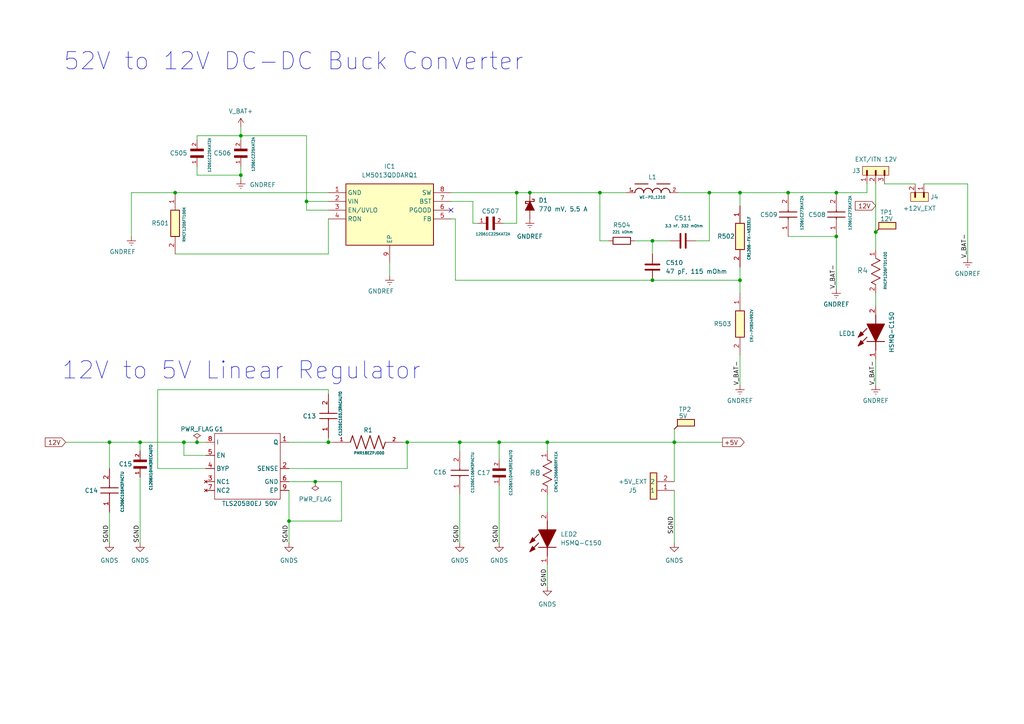
<source format=kicad_sch>
(kicad_sch (version 20231120) (generator "eeschema") (generator_version "8.0")
  (paper "A4")
  (lib_symbols
    (symbol "1725656:1725656"
      (property "Reference" "J5" (at -10.16 8.89 0))
      (property "Value" "+5V_EXT" (at -10.16 6.35 0))
      (symbol "1725656_1_1"
        (rectangle (start 5.08 2.54) (end 6.985 -5.08) (stroke (width 0.254)) (fill (type background)))
        (pin passive line (at 0 0 0) (length 5.08) (name "1") (number "1"))
        (pin passive line (at 0 -2.54 0) (length 5.08) (name "2") (number "2"))
      )
    )
    (symbol "C13:C1206C103J3RACAUTO" (pin_names hide)
      (property "Reference" "C" (at 8.89 6.35 0))
      (property "Value" "C1206C103J3RACAUTO" (at 8.89 3.81 0))
      (symbol "C1206C103J3RACAUTO_1_1"
        (polyline (pts (xy 5.08 0) (xy 5.588 0)) (stroke (width 0.254)))
        (polyline (pts (xy 5.588 2.54) (xy 5.588 -2.54)) (stroke (width 0.254)))
        (polyline (pts (xy 7.112 0) (xy 7.62 0)) (stroke (width 0.254)))
        (polyline (pts (xy 7.112 2.54) (xy 7.112 -2.54)) (stroke (width 0.254)))
        (pin passive line (at 0 0 0) (length 5.08) (name "1") (number "1"))
        (pin passive line (at 12.7 0 180) (length 5.08) (name "2") (number "2"))
      )
    )
    (symbol "C14:C1206C106M3PACTU" (pin_names hide)
      (property "Reference" "C" (at 8.89 6.35 0))
      (property "Value" "C1206C106M3PACTU" (at 8.89 3.81 0))
      (symbol "C1206C106M3PACTU_1_1"
        (polyline (pts (xy 5.08 0) (xy 5.588 0)) (stroke (width 0.254)))
        (polyline (pts (xy 5.588 2.54) (xy 5.588 -2.54)) (stroke (width 0.254)))
        (polyline (pts (xy 7.112 0) (xy 7.62 0)) (stroke (width 0.254)))
        (polyline (pts (xy 7.112 2.54) (xy 7.112 -2.54)) (stroke (width 0.254)))
        (pin passive line (at 0 0 0) (length 5.08) (name "1") (number "1"))
        (pin passive line (at 12.7 0 180) (length 5.08) (name "2") (number "2"))
      )
    )
    (symbol "C15:C1206X104M3RECAUTO" (pin_names (offset 1.016))
      (property "Reference" "C" (at 0 3.8109 0))
      (property "Value" "C1206X104M3RECAUTO" (at 0 -5.0885 0))
      (symbol "C1206X104M3RECAUTO_0_0"
        (rectangle (start 0 -1.9069) (end 0.635 1.905) (stroke (width 0.1)) (fill (type outline)))
        (rectangle (start 1.9069 -1.9069) (end 2.54 1.905) (stroke (width 0.1)) (fill (type outline)))
        (pin passive line (at -2.54 0 0) (length 2.54) (name "~") (number "1"))
        (pin passive line (at 5.08 0 180) (length 2.54) (name "~") (number "2"))
      )
    )
    (symbol "C506:12061C225KAT2A" (pin_names (offset 1.016))
      (property "Reference" "C" (at 0 3.8109 0))
      (property "Value" "12061C225KAT2A" (at 0 -5.0885 0))
      (symbol "12061C225KAT2A_0_0"
        (rectangle (start 0 -1.9069) (end 0.635 1.905) (stroke (width 0.1)) (fill (type outline)))
        (rectangle (start 1.9069 -1.9069) (end 2.54 1.905) (stroke (width 0.1)) (fill (type outline)))
        (pin passive line (at -2.54 0 0) (length 2.54) (name "~") (number "1"))
        (pin passive line (at 5.08 0 180) (length 2.54) (name "~") (number "2"))
      )
    )
    (symbol "C508:12061C273KAT2A" (pin_names hide)
      (property "Reference" "C" (at 8.89 6.35 0))
      (property "Value" "12061C273KAT2A" (at 8.89 3.81 0))
      (symbol "12061C273KAT2A_1_1"
        (polyline (pts (xy 5.08 0) (xy 5.588 0)) (stroke (width 0.254)))
        (polyline (pts (xy 5.588 2.54) (xy 5.588 -2.54)) (stroke (width 0.254)))
        (polyline (pts (xy 7.112 0) (xy 7.62 0)) (stroke (width 0.254)))
        (polyline (pts (xy 7.112 2.54) (xy 7.112 -2.54)) (stroke (width 0.254)))
        (pin passive line (at 0 0 0) (length 5.08) (name "C1") (number "1"))
        (pin passive line (at 12.7 0 180) (length 5.08) (name "C2") (number "2"))
      )
    )
    (symbol "Connector:TestPoint_Flag" (pin_numbers hide) (pin_names (offset 0.762) hide)
      (property "Reference" "TP" (at 3.429 1.778 0))
      (property "Value" "TestPoint_Flag" (at 3.302 4.191 0))
      (symbol "TestPoint_Flag_0_1"
        (polyline (pts (xy 0 0) (xy 0.889 0.889)) (stroke (width 0.254)))
        (rectangle (start 0.889 2.794) (end 5.842 0.889) (stroke (width 0.254)) (fill (type background)))
      )
      (symbol "TestPoint_Flag_1_1"
        (pin passive line (at 0 0 90) (length 0) (name "1") (number "1"))
      )
    )
    (symbol "DC:LM5013QDDARQ1"
      (property "Reference" "IC" (at 31.75 7.62 0))
      (property "Value" "LM5013QDDARQ1" (at 31.75 5.08 0))
      (symbol "LM5013QDDARQ1_1_1"
        (rectangle (start 5.08 2.54) (end 30.48 -15.24) (stroke (width 0.254)) (fill (type background)))
        (pin passive line (at 0 0 0) (length 5.08) (name "GND") (number "1"))
        (pin passive line (at 0 -2.54 0) (length 5.08) (name "VIN") (number "2"))
        (pin passive line (at 0 -5.08 0) (length 5.08) (name "EN/UVLO") (number "3"))
        (pin passive line (at 0 -7.62 0) (length 5.08) (name "RON") (number "4"))
        (pin passive line (at 35.56 -7.62 180) (length 5.08) (name "FB") (number "5"))
        (pin passive line (at 35.56 -5.08 180) (length 5.08) (name "PGOOD") (number "6"))
        (pin passive line (at 35.56 -2.54 180) (length 5.08) (name "BST") (number "7"))
        (pin passive line (at 35.56 0 180) (length 5.08) (name "SW") (number "8"))
        (pin passive line (at 17.78 -20.32 90) (length 5.08) (name "EP") (number "9"))
      )
    )
    (symbol "Device:C" (pin_numbers hide) (pin_names (offset 0.254))
      (property "Reference" "C" (at 0.635 2.54 0))
      (property "Value" "C" (at 0.635 -2.54 0))
      (symbol "C_0_1"
        (polyline (pts (xy -2.032 -0.762) (xy 2.032 -0.762)) (stroke (width 0.508)))
        (polyline (pts (xy -2.032 0.762) (xy 2.032 0.762)) (stroke (width 0.508)))
      )
      (symbol "C_1_1"
        (pin passive line (at 0 3.81 270) (length 2.794) (name "~") (number "1"))
        (pin passive line (at 0 -3.81 90) (length 2.794) (name "~") (number "2"))
      )
    )
    (symbol "Device:D_Schottky_Filled" (pin_numbers hide) (pin_names (offset 1.016) hide)
      (property "Reference" "D" (at 0 2.54 0))
      (property "Value" "D_Schottky_Filled" (at 0 -2.54 0))
      (symbol "D_Schottky_Filled_0_1"
        (polyline (pts (xy 1.27 0) (xy -1.27 0)))
        (polyline (pts (xy 1.27 1.27) (xy 1.27 -1.27) (xy -1.27 0) (xy 1.27 1.27)) (stroke (width 0.254)) (fill (type outline)))
        (polyline (pts (xy -1.905 0.635) (xy -1.905 1.27) (xy -1.27 1.27) (xy -1.27 -1.27) (xy -0.635 -1.27) (xy -0.635 -0.635)) (stroke (width 0.254)))
      )
      (symbol "D_Schottky_Filled_1_1"
        (pin passive line (at -3.81 0 0) (length 2.54) (name "K") (number "1"))
        (pin passive line (at 3.81 0 180) (length 2.54) (name "A") (number "2"))
      )
    )
    (symbol "Device:R" (pin_numbers hide) (pin_names (offset 0))
      (property "Reference" "R" (at 2.032 0 90))
      (property "Value" "R" (at 0 0 90))
      (symbol "R_0_1"
        (rectangle (start -1.016 -2.54) (end 1.016 2.54) (stroke (width 0.254)))
      )
      (symbol "R_1_1"
        (pin passive line (at 0 3.81 270) (length 1.27) (name "~") (number "1"))
        (pin passive line (at 0 -3.81 90) (length 1.27) (name "~") (number "2"))
      )
    )
    (symbol "L1:WE-PD_1210" (pin_names (offset 1.016))
      (property "Reference" "L" (at 0 3.81 0))
      (property "Value" "WE-PD_1210" (at 0 -2.54 0))
      (symbol "WE-PD_1210_0_0"
        (circle (center -5.842 0.508) (radius 0.127) (stroke (width 0.254)))
        (arc (start -2.54 0) (mid -3.81 1.2645) (end -5.08 0) (stroke (width 0.254)))
        (arc (start 0 0) (mid -1.27 1.2645) (end -2.54 0) (stroke (width 0.254)))
        (polyline (pts (xy -1.27 2.54) (xy -5.08 2.54)) (stroke (width 0.254)))
        (polyline (pts (xy 5.08 2.54) (xy 1.27 2.54)) (stroke (width 0.254)))
        (arc (start 2.54 0) (mid 1.27 1.2645) (end 0 0) (stroke (width 0.254)))
        (arc (start 5.08 0) (mid 3.81 1.2645) (end 2.54 0) (stroke (width 0.254)))
        (pin passive line (at -7.62 0 0) (length 2.54) (name "~") (number "1"))
        (pin passive line (at 7.62 0 180) (length 2.54) (name "~") (number "2"))
      )
    )
    (symbol "LED1:HSMQ-C150" (pin_names hide)
      (property "Reference" "LED" (at 12.7 8.89 0))
      (property "Value" "HSMQ-C150" (at 12.7 6.35 0))
      (symbol "HSMQ-C150_1_1"
        (polyline (pts (xy 2.54 0) (xy 5.08 0)) (stroke (width 0.254)))
        (polyline (pts (xy 5.08 2.54) (xy 5.08 -2.54)) (stroke (width 0.254)))
        (polyline (pts (xy 6.35 2.54) (xy 3.81 5.08)) (stroke (width 0.254)))
        (polyline (pts (xy 8.89 2.54) (xy 6.35 5.08)) (stroke (width 0.254)))
        (polyline (pts (xy 10.16 0) (xy 12.7 0)) (stroke (width 0.254)))
        (polyline (pts (xy 5.08 0) (xy 10.16 2.54) (xy 10.16 -2.54) (xy 5.08 0)) (stroke (width 0.254)) (fill (type outline)))
        (polyline (pts (xy 5.334 4.318) (xy 4.572 3.556) (xy 3.81 5.08) (xy 5.334 4.318)) (stroke (width 0.254)) (fill (type outline)))
        (polyline (pts (xy 7.874 4.318) (xy 7.112 3.556) (xy 6.35 5.08) (xy 7.874 4.318)) (stroke (width 0.254)) (fill (type outline)))
        (pin passive line (at 0 0 0) (length 2.54) (name "K") (number "1"))
        (pin passive line (at 15.24 0 180) (length 2.54) (name "A") (number "2"))
      )
    )
    (symbol "PCM_SL_Pin_Headers:PINHD_1x2_Male"
      (property "Reference" "J" (at 0 6.35 0))
      (property "Value" "PINHD_1x2_Male" (at 0 3.81 0))
      (symbol "PINHD_1x2_Male_0_1"
        (rectangle (start -1.27 2.54) (end 1.27 -2.54) (fill (type background)))
        (polyline (pts (xy -1.27 -1.27) (xy 0 -1.27)) (stroke (width 0.3)))
        (polyline (pts (xy -1.27 -1.27) (xy 0 -1.27)) (stroke (width 0.5)))
        (polyline (pts (xy -1.27 1.27) (xy 0 1.27)) (stroke (width 0.3)))
        (polyline (pts (xy -1.27 1.27) (xy 0 1.27)) (stroke (width 0.5)))
      )
      (symbol "PINHD_1x2_Male_1_1"
        (pin passive line (at -3.81 1.27 0) (length 2.54) (name "") (number "1"))
        (pin passive line (at -3.81 -1.27 0) (length 2.54) (name "") (number "2"))
      )
    )
    (symbol "PCM_SL_Pin_Headers:PINHD_1x3_Male"
      (property "Reference" "J" (at 0 7.62 0))
      (property "Value" "PINHD_1x3_Male" (at 0 5.08 0))
      (symbol "PINHD_1x3_Male_0_1"
        (rectangle (start -1.27 3.81) (end 1.27 -3.81) (fill (type background)))
        (polyline (pts (xy -1.27 -2.54) (xy 0 -2.54)) (stroke (width 0.3)))
        (polyline (pts (xy -1.27 -2.54) (xy 0 -2.54)) (stroke (width 0.5)))
        (polyline (pts (xy -1.27 0) (xy 0 0)) (stroke (width 0.3)))
        (polyline (pts (xy -1.27 0) (xy 0 0)) (stroke (width 0.5)))
        (polyline (pts (xy -1.27 2.54) (xy 0 2.54)) (stroke (width 0.3)))
        (polyline (pts (xy -1.27 2.54) (xy 0 2.54)) (stroke (width 0.5)))
      )
      (symbol "PINHD_1x3_Male_1_1"
        (pin passive line (at -3.81 2.54 0) (length 2.54) (name "") (number "1"))
        (pin passive line (at -3.81 0 0) (length 2.54) (name "") (number "2"))
        (pin passive line (at -3.81 -2.54 0) (length 2.54) (name "") (number "3"))
      )
    )
    (symbol "R1:PMR18EZPJ000" (pin_names (offset 1.016))
      (property "Reference" "R" (at -7.6244 2.5415 0))
      (property "Value" "PMR18EZPJ000" (at -7.63 -5.0866 0))
      (symbol "PMR18EZPJ000_0_0"
        (polyline (pts (xy -5.08 0) (xy -4.445 1.905)) (stroke (width 0.254)))
        (polyline (pts (xy -4.445 1.905) (xy -3.175 -1.905)) (stroke (width 0.254)))
        (polyline (pts (xy -3.175 -1.905) (xy -1.905 1.905)) (stroke (width 0.254)))
        (polyline (pts (xy -1.905 1.905) (xy -0.635 -1.905)) (stroke (width 0.254)))
        (polyline (pts (xy -0.635 -1.905) (xy 0.635 1.905)) (stroke (width 0.254)))
        (polyline (pts (xy 0.635 1.905) (xy 1.905 -1.905)) (stroke (width 0.254)))
        (polyline (pts (xy 1.905 -1.905) (xy 3.175 1.905)) (stroke (width 0.254)))
        (polyline (pts (xy 3.175 1.905) (xy 4.445 -1.905)) (stroke (width 0.254)))
        (polyline (pts (xy 4.445 -1.905) (xy 5.08 0)) (stroke (width 0.254)))
        (pin passive line (at -10.16 0 0) (length 5.08) (name "~") (number "1"))
        (pin passive line (at 10.16 0 180) (length 5.08) (name "~") (number "2"))
      )
    )
    (symbol "R4:RNCP1206FTD1K00" (pin_names (offset 0.254))
      (property "Reference" "R" (at 5.715 3.81 0))
      (property "Value" "RNCP1206FTD1K00" (at 6.35 -3.81 0))
      (symbol "RNCP1206FTD1K00_1_1"
        (polyline (pts (xy 2.54 0) (xy 3.175 1.27)) (stroke (width 0.2032)))
        (polyline (pts (xy 3.175 1.27) (xy 4.445 -1.27)) (stroke (width 0.2032)))
        (polyline (pts (xy 4.445 -1.27) (xy 5.715 1.27)) (stroke (width 0.2032)))
        (polyline (pts (xy 5.715 1.27) (xy 6.985 -1.27)) (stroke (width 0.2032)))
        (polyline (pts (xy 6.985 -1.27) (xy 8.255 1.27)) (stroke (width 0.2032)))
        (polyline (pts (xy 8.255 1.27) (xy 9.525 -1.27)) (stroke (width 0.2032)))
        (polyline (pts (xy 9.525 -1.27) (xy 10.16 0)) (stroke (width 0.2032)))
        (pin unspecified line (at 0 0 0) (length 2.54) (name "") (number "1"))
        (pin unspecified line (at 12.7 0 180) (length 2.54) (name "") (number "2"))
      )
      (symbol "RNCP1206FTD1K00_1_2"
        (polyline (pts (xy -1.27 3.175) (xy 1.27 4.445)) (stroke (width 0.2032)))
        (polyline (pts (xy -1.27 5.715) (xy 1.27 6.985)) (stroke (width 0.2032)))
        (polyline (pts (xy -1.27 8.255) (xy 1.27 9.525)) (stroke (width 0.2032)))
        (polyline (pts (xy 0 2.54) (xy -1.27 3.175)) (stroke (width 0.2032)))
        (polyline (pts (xy 1.27 4.445) (xy -1.27 5.715)) (stroke (width 0.2032)))
        (polyline (pts (xy 1.27 6.985) (xy -1.27 8.255)) (stroke (width 0.2032)))
        (polyline (pts (xy 1.27 9.525) (xy 0 10.16)) (stroke (width 0.2032)))
        (pin unspecified line (at 0 12.7 270) (length 2.54) (name "") (number "1"))
        (pin unspecified line (at 0 0 90) (length 2.54) (name "") (number "2"))
      )
    )
    (symbol "R501:RMCF1206FT100K" (pin_names hide)
      (property "Reference" "R" (at 13.97 6.35 0))
      (property "Value" "RMCF1206FT100K" (at 13.97 3.81 0))
      (symbol "RMCF1206FT100K_1_1"
        (rectangle (start 5.08 1.27) (end 12.7 -1.27) (stroke (width 0.254)) (fill (type background)))
        (pin passive line (at 0 0 0) (length 5.08) (name "1") (number "1"))
        (pin passive line (at 17.78 0 180) (length 5.08) (name "2") (number "2"))
      )
    )
    (symbol "R502:CR1206-FX-4533ELF" (pin_names hide)
      (property "Reference" "R" (at 13.97 6.35 0))
      (property "Value" "CR1206-FX-4533ELF" (at 13.97 3.81 0))
      (symbol "CR1206-FX-4533ELF_1_1"
        (rectangle (start 5.08 1.27) (end 12.7 -1.27) (stroke (width 0.254)) (fill (type background)))
        (pin passive line (at 0 0 0) (length 5.08) (name "1") (number "1"))
        (pin passive line (at 17.78 0 180) (length 5.08) (name "2") (number "2"))
      )
    )
    (symbol "R503:ERJ-P08D4992V" (pin_names hide)
      (property "Reference" "R" (at 13.97 6.35 0))
      (property "Value" "ERJ-P08D4992V" (at 13.97 3.81 0))
      (symbol "ERJ-P08D4992V_1_1"
        (rectangle (start 5.08 1.27) (end 12.7 -1.27) (stroke (width 0.254)) (fill (type background)))
        (pin passive line (at 0 0 0) (length 5.08) (name "1") (number "1"))
        (pin passive line (at 17.78 0 180) (length 5.08) (name "2") (number "2"))
      )
    )
    (symbol "R8:CRCW1206680RFKEA" (pin_names (offset 0.254))
      (property "Reference" "R" (at 5.715 3.81 0))
      (property "Value" "CRCW1206680RFKEA" (at 6.35 -3.81 0))
      (symbol "CRCW1206680RFKEA_1_1"
        (polyline (pts (xy 2.54 0) (xy 3.175 1.27)) (stroke (width 0.2032)))
        (polyline (pts (xy 3.175 1.27) (xy 4.445 -1.27)) (stroke (width 0.2032)))
        (polyline (pts (xy 4.445 -1.27) (xy 5.715 1.27)) (stroke (width 0.2032)))
        (polyline (pts (xy 5.715 1.27) (xy 6.985 -1.27)) (stroke (width 0.2032)))
        (polyline (pts (xy 6.985 -1.27) (xy 8.255 1.27)) (stroke (width 0.2032)))
        (polyline (pts (xy 8.255 1.27) (xy 9.525 -1.27)) (stroke (width 0.2032)))
        (polyline (pts (xy 9.525 -1.27) (xy 10.16 0)) (stroke (width 0.2032)))
        (pin unspecified line (at 12.7 0 180) (length 2.54) (name "") (number "1"))
        (pin unspecified line (at 0 0 0) (length 2.54) (name "") (number "2"))
      )
      (symbol "CRCW1206680RFKEA_1_2"
        (polyline (pts (xy -1.27 3.175) (xy 1.27 4.445)) (stroke (width 0.2032)))
        (polyline (pts (xy -1.27 5.715) (xy 1.27 6.985)) (stroke (width 0.2032)))
        (polyline (pts (xy -1.27 8.255) (xy 1.27 9.525)) (stroke (width 0.2032)))
        (polyline (pts (xy 0 2.54) (xy -1.27 3.175)) (stroke (width 0.2032)))
        (polyline (pts (xy 1.27 4.445) (xy -1.27 5.715)) (stroke (width 0.2032)))
        (polyline (pts (xy 1.27 6.985) (xy -1.27 8.255)) (stroke (width 0.2032)))
        (polyline (pts (xy 1.27 9.525) (xy 0 10.16)) (stroke (width 0.2032)))
        (pin unspecified line (at 0 12.7 270) (length 2.54) (name "") (number "1"))
        (pin unspecified line (at 0 0 90) (length 2.54) (name "") (number "2"))
      )
    )
    (symbol "TLS205B0EJ V50:TLS205B0EJ_V50"
      (property "Reference" "U2" (at -0.635 13.97 0))
      (property "Value" "TLS205B0EJ 50V" (at -0.635 11.43 0))
      (symbol "TLS205B0EJ_V50_0_1"
        (polyline (pts (xy -10.16 10.16) (xy 8.89 10.16) (xy 8.89 -8.89) (xy -10.16 -8.89) (xy -10.16 10.16)))
      )
      (symbol "TLS205B0EJ_V50_1_1"
        (pin power_out line (at 11.43 7.62 180) (length 2.54) (name "Q") (number "1"))
        (pin input line (at 11.43 0 180) (length 2.54) (name "SENSE") (number "2"))
        (pin no_connect line (at -12.7 -3.81 0) (length 2.54) (name "NC1") (number "3"))
        (pin input line (at -12.7 0 0) (length 2.54) (name "BYP") (number "4"))
        (pin input line (at -12.7 3.81 0) (length 2.54) (name "EN") (number "5"))
        (pin power_in line (at 11.43 -3.81 180) (length 2.54) (name "GND") (number "6"))
        (pin no_connect line (at -12.7 -6.35 0) (length 2.54) (name "NC2") (number "7"))
        (pin power_in line (at -12.7 7.62 0) (length 2.54) (name "I") (number "8"))
        (pin power_in line (at 11.43 -6.35 180) (length 2.54) (name "EP") (number "9"))
      )
    )
    (symbol "power:+5V" (power) (pin_names (offset 0))
      (property "Value" "+5V" (at 0 3.556 0))
      (symbol "+5V_0_1"
        (polyline (pts (xy -0.762 1.27) (xy 0 2.54)))
        (polyline (pts (xy 0 0) (xy 0 2.54)))
        (polyline (pts (xy 0 2.54) (xy 0.762 1.27)))
      )
      (symbol "+5V_1_1"
        (pin power_in line (at 0 0 90) (length 0) hide (name "+5V") (number "1"))
      )
    )
    (symbol "power:GNDREF" (power) (pin_names (offset 0))
      (property "Value" "GNDREF" (at 0 -3.81 0))
      (symbol "GNDREF_0_1"
        (polyline (pts (xy -0.635 -1.905) (xy 0.635 -1.905)))
        (polyline (pts (xy -0.127 -2.54) (xy 0.127 -2.54)))
        (polyline (pts (xy 0 -1.27) (xy 0 0)))
        (polyline (pts (xy 1.27 -1.27) (xy -1.27 -1.27)))
      )
      (symbol "GNDREF_1_1"
        (pin power_in line (at 0 0 270) (length 0) hide (name "GNDREF") (number "1"))
      )
    )
    (symbol "power:GNDS" (power) (pin_names (offset 0))
      (property "Value" "GNDS" (at 0 -3.81 0))
      (symbol "GNDS_0_1"
        (polyline (pts (xy 0 0) (xy 0 -1.27) (xy 1.27 -1.27) (xy 0 -2.54) (xy -1.27 -1.27) (xy 0 -1.27)))
      )
      (symbol "GNDS_1_1"
        (pin power_in line (at 0 0 270) (length 0) hide (name "GNDS") (number "1"))
      )
    )
    (symbol "power:PWR_FLAG" (power) (pin_numbers hide) (pin_names (offset 0) hide)
      (property "Value" "PWR_FLAG" (at 0 3.81 0))
      (symbol "PWR_FLAG_0_0"
        (pin power_out line (at 0 0 90) (length 0) (name "pwr") (number "1"))
      )
      (symbol "PWR_FLAG_0_1"
        (polyline (pts (xy 0 0) (xy 0 1.27) (xy -1.016 1.905) (xy 0 2.54) (xy 1.016 1.905) (xy 0 1.27)))
      )
    )
  )
  (junction (at 31.75 128.27))
  (junction (at 50.8 55.88))
  (junction (at 228.6 55.88))
  (junction (at 133.35 128.27))
  (junction (at 69.85 39.37))
  (junction (at 205.74 55.88))
  (junction (at 57.15 128.27))
  (junction (at 214.63 81.28))
  (junction (at 195.58 128.27))
  (junction (at 144.78 128.27))
  (junction (at 69.85 50.8))
  (junction (at 83.82 151.13))
  (junction (at 254 67.31))
  (junction (at 153.67 55.88))
  (junction (at 53.34 128.27))
  (junction (at 149.86 55.88))
  (junction (at 189.23 69.85))
  (junction (at 173.99 55.88))
  (junction (at 40.64 128.27))
  (junction (at 242.57 68.58))
  (junction (at 88.9 58.42))
  (junction (at 214.63 55.88))
  (junction (at 95.25 128.27))
  (junction (at 91.44 139.7))
  (junction (at 189.23 81.28))
  (junction (at 118.11 128.27))
  (junction (at 158.75 128.27))
  (junction (at 242.57 55.88))
  (no_connect (at 130.81 60.96))
  (wire (pts (xy 189.23 69.85) (xy 194.31 69.85)))
  (wire (pts (xy 158.75 130.81) (xy 158.75 128.27)))
  (wire (pts (xy 91.44 139.7) (xy 99.06 139.7)))
  (wire (pts (xy 251.46 55.88) (xy 242.57 55.88)))
  (wire (pts (xy 133.35 143.51) (xy 133.35 157.48)))
  (wire (pts (xy 31.75 128.27) (xy 31.75 135.89)))
  (wire (pts (xy 57.15 50.8) (xy 69.85 50.8)))
  (wire (pts (xy 149.86 64.77) (xy 149.86 55.88)))
  (wire (pts (xy 228.6 68.58) (xy 242.57 68.58)))
  (wire (pts (xy 184.15 69.85) (xy 189.23 69.85)))
  (wire (pts (xy 137.16 64.77) (xy 137.16 58.42)))
  (wire (pts (xy 88.9 39.37) (xy 69.85 39.37)))
  (wire (pts (xy 40.64 128.27) (xy 40.64 130.81)))
  (wire (pts (xy 158.75 163.83) (xy 158.75 170.18)))
  (wire (pts (xy 158.75 128.27) (xy 144.78 128.27)))
  (wire (pts (xy 196.85 55.88) (xy 205.74 55.88)))
  (wire (pts (xy 133.35 128.27) (xy 144.78 128.27)))
  (wire (pts (xy 38.1 55.88) (xy 38.1 68.58)))
  (wire (pts (xy 116.84 128.27) (xy 118.11 128.27)))
  (wire (pts (xy 195.58 142.24) (xy 195.58 157.48)))
  (wire (pts (xy 69.85 52.07) (xy 69.85 50.8)))
  (wire (pts (xy 40.64 128.27) (xy 53.34 128.27)))
  (wire (pts (xy 254 85.09) (xy 254 88.9)))
  (wire (pts (xy 173.99 69.85) (xy 173.99 55.88)))
  (wire (pts (xy 57.15 39.37) (xy 69.85 39.37)))
  (wire (pts (xy 40.64 138.43) (xy 40.64 157.48)))
  (wire (pts (xy 83.82 139.7) (xy 91.44 139.7)))
  (wire (pts (xy 118.11 128.27) (xy 118.11 135.89)))
  (wire (pts (xy 53.34 132.08) (xy 53.34 128.27)))
  (wire (pts (xy 19.05 128.27) (xy 31.75 128.27)))
  (wire (pts (xy 254 104.14) (xy 254 111.76)))
  (wire (pts (xy 95.25 60.96) (xy 88.9 60.96)))
  (wire (pts (xy 254 53.34) (xy 254 67.31)))
  (wire (pts (xy 214.63 81.28) (xy 214.63 85.09)))
  (wire (pts (xy 267.97 53.34) (xy 280.67 53.34)))
  (wire (pts (xy 118.11 135.89) (xy 83.82 135.89)))
  (wire (pts (xy 59.69 132.08) (xy 53.34 132.08)))
  (wire (pts (xy 57.15 128.27) (xy 59.69 128.27)))
  (wire (pts (xy 158.75 128.27) (xy 195.58 128.27)))
  (wire (pts (xy 205.74 55.88) (xy 214.63 55.88)))
  (wire (pts (xy 254 67.31) (xy 254 72.39)))
  (wire (pts (xy 69.85 36.83) (xy 69.85 39.37)))
  (wire (pts (xy 153.67 55.88) (xy 173.99 55.88)))
  (wire (pts (xy 189.23 81.28) (xy 214.63 81.28)))
  (wire (pts (xy 214.63 102.87) (xy 214.63 111.76)))
  (wire (pts (xy 214.63 59.69) (xy 214.63 55.88)))
  (wire (pts (xy 45.72 113.03) (xy 45.72 135.89)))
  (wire (pts (xy 214.63 77.47) (xy 214.63 81.28)))
  (wire (pts (xy 133.35 128.27) (xy 133.35 130.81)))
  (wire (pts (xy 144.78 128.27) (xy 144.78 133.35)))
  (wire (pts (xy 99.06 151.13) (xy 83.82 151.13)))
  (wire (pts (xy 83.82 151.13) (xy 83.82 142.24)))
  (wire (pts (xy 31.75 128.27) (xy 40.64 128.27)))
  (wire (pts (xy 88.9 60.96) (xy 88.9 58.42)))
  (wire (pts (xy 205.74 55.88) (xy 205.74 69.85)))
  (wire (pts (xy 195.58 124.46) (xy 195.58 128.27)))
  (wire (pts (xy 132.08 63.5) (xy 130.81 63.5)))
  (wire (pts (xy 256.54 53.34) (xy 265.43 53.34)))
  (wire (pts (xy 69.85 50.8) (xy 69.85 48.26)))
  (wire (pts (xy 132.08 81.28) (xy 189.23 81.28)))
  (wire (pts (xy 31.75 148.59) (xy 31.75 157.48)))
  (wire (pts (xy 99.06 139.7) (xy 99.06 151.13)))
  (wire (pts (xy 195.58 128.27) (xy 209.55 128.27)))
  (wire (pts (xy 130.81 55.88) (xy 149.86 55.88)))
  (wire (pts (xy 118.11 128.27) (xy 133.35 128.27)))
  (wire (pts (xy 149.86 55.88) (xy 153.67 55.88)))
  (wire (pts (xy 251.46 53.34) (xy 251.46 55.88)))
  (wire (pts (xy 146.05 64.77) (xy 149.86 64.77)))
  (wire (pts (xy 95.25 128.27) (xy 96.52 128.27)))
  (wire (pts (xy 95.25 127) (xy 95.25 128.27)))
  (wire (pts (xy 205.74 69.85) (xy 201.93 69.85)))
  (wire (pts (xy 132.08 63.5) (xy 132.08 81.28)))
  (wire (pts (xy 95.25 113.03) (xy 45.72 113.03)))
  (wire (pts (xy 88.9 58.42) (xy 95.25 58.42)))
  (wire (pts (xy 50.8 55.88) (xy 95.25 55.88)))
  (wire (pts (xy 88.9 39.37) (xy 88.9 58.42)))
  (wire (pts (xy 137.16 58.42) (xy 130.81 58.42)))
  (wire (pts (xy 144.78 140.97) (xy 144.78 157.48)))
  (wire (pts (xy 95.25 73.66) (xy 95.25 63.5)))
  (wire (pts (xy 113.03 76.2) (xy 113.03 80.01)))
  (wire (pts (xy 242.57 68.58) (xy 242.57 83.82)))
  (wire (pts (xy 195.58 128.27) (xy 195.58 139.7)))
  (wire (pts (xy 53.34 128.27) (xy 57.15 128.27)))
  (wire (pts (xy 95.25 114.3) (xy 95.25 113.03)))
  (wire (pts (xy 83.82 128.27) (xy 95.25 128.27)))
  (wire (pts (xy 38.1 55.88) (xy 50.8 55.88)))
  (wire (pts (xy 50.8 73.66) (xy 95.25 73.66)))
  (wire (pts (xy 45.72 135.89) (xy 59.69 135.89)))
  (wire (pts (xy 83.82 151.13) (xy 83.82 157.48)))
  (wire (pts (xy 228.6 55.88) (xy 242.57 55.88)))
  (wire (pts (xy 57.15 40.64) (xy 57.15 39.37)))
  (wire (pts (xy 173.99 55.88) (xy 181.61 55.88)))
  (wire (pts (xy 137.16 64.77) (xy 138.43 64.77)))
  (wire (pts (xy 280.67 53.34) (xy 280.67 74.93)))
  (wire (pts (xy 57.15 48.26) (xy 57.15 50.8)))
  (wire (pts (xy 176.53 69.85) (xy 173.99 69.85)))
  (wire (pts (xy 158.75 143.51) (xy 158.75 148.59)))
  (wire (pts (xy 69.85 39.37) (xy 69.85 40.64)))
  (wire (pts (xy 214.63 55.88) (xy 228.6 55.88)))
  (wire (pts (xy 189.23 69.85) (xy 189.23 73.66)))
  (text "52V to 12V DC-DC Buck Converter" (at 18.288 20.828 0) (effects (font (size 5 5)) (justify left bottom)))
  (text "12V to 5V Linear Regulator" (at 17.78 110.49 0) (effects (font (size 5 5)) (justify left bottom)))
  (label "SGND" (at 40.64 157.48 90))
  (label "SGND" (at 158.75 170.18 90))
  (label "V_BAT-" (at 242.57 83.82 90))
  (label "V_BAT-" (at 280.67 74.93 90))
  (label "SGND" (at 83.82 157.48 90))
  (label "SGND" (at 144.78 157.48 90))
  (label "SGND" (at 31.75 157.48 90))
  (label "SGND" (at 133.35 157.48 90))
  (label "SGND" (at 195.58 154.94 90))
  (label "V_BAT-" (at 254 111.76 90))
  (label "V_BAT-" (at 214.63 111.76 90))
  (global_label "12V" (shape input) (at 254 59.69 180) (property "Intersheetrefs" "${INTERSHEET_REFS}" (effects (hide yes))))
  (global_label "12V" (shape input) (at 19.05 128.27 180) (property "Intersheetrefs" "${INTERSHEET_REFS}" (effects (hide yes))))
  (global_label "+5V" (shape output) (at 209.55 128.27 0) (property "Intersheetrefs" "${INTERSHEET_REFS}" (effects (hide yes))))
  (symbol (lib_id "C506:12061C225KAT2A") (at 140.97 64.77 0) (unit 1)
    (property "Reference" "C507" (at 139.7 61.976 0) (effects (justify left bottom)))
    (property "Value" "12061C225KAT2A" (at 137.922 68.326 0) (effects (font (size 0.762 0.762)) (justify left bottom)))
    (property "Footprint" "Capacitor_SMD:C_1206_3216Metric" (effects (hide yes)))
    (property "Datasheet" "C14" (effects (hide yes)))
    (property "Description" "Capacitor 1206 0.027UF +/-10% 100V" (effects (hide yes)))
    (property "Manufacturer_Name" "Kyocera AVX" (effects (hide yes)))
    (property "Manufacturer_Part_Number" "12061C273KAT2A" (effects (hide yes)))
  )
  (symbol (lib_id "power:GNDS") (at 31.75 157.48 0) (unit 1)
    (property "Reference" "#PWR023" (effects (hide yes)))
    (property "Value" "GNDS" (at 31.75 162.56 0))
  )
  (symbol (lib_id "power:GNDS") (at 83.82 157.48 0) (unit 1)
    (property "Reference" "#PWR029" (effects (hide yes)))
    (property "Value" "GNDS" (at 83.82 162.56 0))
  )
  (symbol (lib_id "Device:D_Schottky_Filled") (at 153.67 59.69 270) (unit 1)
    (property "Reference" "D1" (at 156.21 58.1024 90) (effects (justify left)))
    (property "Value" "770 mV, 5.5 A" (at 156.21 60.6424 90) (effects (justify left)))
    (property "Footprint" "Diode_SMD:D_1206_3216Metric" (effects (hide yes)))
    (property "Description" "Schottky diode, filled shape" (effects (hide yes)))
  )
  (symbol (lib_id "DC:LM5013QDDARQ1") (at 95.25 55.88 0) (unit 1)
    (property "Reference" "IC1" (at 113.03 48.26 0))
    (property "Value" "LM5013QDDARQ1" (at 113.03 50.8 0))
    (property "Footprint" "Misc-Footprints:DC" (effects (hide yes)))
    (property "Datasheet" "https://www.ti.com/lit/ds/symlink/lm5013-q1.pdf?ts=1650857966126&ref_url=https%253A%252F%252Fwww.ti.com%252Fproduct%252FLM5013-Q1%253FkeyMatch%253DLM5013QDDARQ1%2526tisearch%253Dsearch-everything%2526usecase%253DOPN" (effects (hide yes)))
    (property "Description" "Switching Voltage Regulators 6-V to 100-V input, 3.5-A non-synchronous buck DC/DC converter with ultra-low quiescent current (IQ)" (effects (hide yes)))
    (property "Height" "1.7" (effects (hide yes)))
    (property "Mouser Part Number" "595-LM5013QDDARQ1" (effects (hide yes)))
    (property "Mouser Price/Stock" "https://www.mouser.co.uk/ProductDetail/Texas-Instruments/LM5013QDDARQ1?qs=t7xnP681wgX%2F7Fftd5oLmw%3D%3D" (effects (hide yes)))
    (property "Manufacturer_Name" "Texas Instruments" (effects (hide yes)))
    (property "Manufacturer_Part_Number" "LM5013QDDARQ1" (effects (hide yes)))
  )
  (symbol (lib_id "C14:C1206C106M3PACTU") (at 133.35 143.51 90) (unit 1)
    (property "Reference" "C16" (at 129.54 137.668 90) (effects (justify left top)))
    (property "Value" "C1206C106M3PACTU" (at 136.652 143.002 0) (effects (font (size 0.762 0.762)) (justify left top)))
    (property "Footprint" "Capacitor_SMD:C_1206_3216Metric" (effects (hide yes)))
    (property "Datasheet" "https://content.kemet.com/datasheets/KEM_C1006_X5R_SMD.pdf" (effects (hide yes)))
    (property "Description" "SMD Comm X5R, Ceramic, 10 uF, 20%, 25 VDC, 62.5 VDC, 85C, -55C, X5R, SMD, MLCC, Temperature Stable, Class II, 10 % , 10 MOhms, 41 mg, 1206, 3.2mm, 1.6mm, 1.6mm, 0.5mm, 2000, 78  Weeks, 70" (effects (hide yes)))
  )
  (symbol (lib_id "power:GNDS") (at 144.78 157.48 0) (unit 1)
    (property "Reference" "#PWR034" (effects (hide yes)))
    (property "Value" "GNDS" (at 144.78 162.56 0))
  )
  (symbol (lib_id "Device:C") (at 198.12 69.85 90) (unit 1)
    (property "Reference" "C511" (at 198.12 63.246 90))
    (property "Value" "3.3 nF, 332 mOhm" (at 198.374 65.532 90) (effects (font (size 0.762 0.762))))
    (property "Footprint" "Capacitor_SMD:C_1206_3216Metric" (effects (hide yes)))
    (property "Description" "Unpolarized capacitor" (effects (hide yes)))
  )
  (symbol (lib_id "C508:12061C273KAT2A") (at 228.6 68.58 90) (unit 1)
    (property "Reference" "C509" (at 225.552 62.992 90) (effects (justify left top)))
    (property "Value" "12061C273KAT2A" (at 232.156 66.802 0) (effects (font (size 0.762 0.762)) (justify left top)))
    (property "Footprint" "Capacitor_SMD:C_1206_3216Metric" (effects (hide yes)))
    (property "Datasheet" "C14" (effects (hide yes)))
    (property "Description" "Capacitor 1206 0.027UF +/-10% 100V" (effects (hide yes)))
    (property "Manufacturer_Name" "Kyocera AVX" (effects (hide yes)))
    (property "Manufacturer_Part_Number" "12061C273KAT2A" (effects (hide yes)))
  )
  (symbol (lib_id "C506:12061C225KAT2A") (at 69.85 45.72 90) (unit 1)
    (property "Reference" "C506" (at 67.056 43.688 90) (effects (justify left bottom)))
    (property "Value" "12061C225KAT2A" (at 73.914 49.784 0) (effects (font (size 0.762 0.762)) (justify left bottom)))
    (property "Footprint" "Capacitor_SMD:C_1206_3216Metric" (effects (hide yes)))
    (property "Datasheet" "C14" (effects (hide yes)))
  )
  (symbol (lib_id "power:GNDS") (at 40.64 157.48 0) (unit 1)
    (property "Reference" "#PWR024" (effects (hide yes)))
    (property "Value" "GNDS" (at 40.64 162.56 0))
  )
  (symbol (lib_id "C15:C1206X104M3RECAUTO") (at 40.64 135.89 90) (unit 1)
    (property "Reference" "C15" (at 38.354 133.858 90) (effects (justify left bottom)))
    (property "Value" "C1206X104M3RECAUTO" (at 44.196 142.24 0) (effects (font (size 0.762 0.762)) (justify left bottom)))
    (property "Footprint" "Capacitor_SMD:C_1206_3216Metric" (effects (hide yes)))
    (property "Datasheet" "C15" (effects (hide yes)))
  )
  (symbol (lib_id "R4:RNCP1206FTD1K00") (at 254 72.39 270) (unit 1)
    (property "Reference" "R4" (at 250.19 78.486 90) (effects (font (size 1.524 1.524))))
    (property "Value" "RNCP1206FTD1K00" (at 256.794 78.486 0) (effects (font (size 0.762 0.762))))
    (property "Footprint" "Resistor_SMD:R_1206_3216Metric_Pad1.30x1.75mm_HandSolder" (effects (hide yes)))
    (property "Datasheet" "RNCP1206FTD1K00" (effects (hide yes)))
  )
  (symbol (lib_id "Connector:TestPoint_Flag") (at 254 67.31 0) (unit 1)
    (property "Reference" "TP1" (at 255.27 61.595 0) (effects (justify left)))
    (property "Value" "12V" (at 255.27 63.5 0) (effects (justify left)))
    (property "Footprint" "TestPoint:TestPoint_Bridge_Pitch2.54mm_Drill0.7mm" (effects (hide yes)))
  )
  (symbol (lib_id "power:GNDREF") (at 214.63 111.76 0) (unit 1)
    (property "Reference" "#PWR030" (effects (hide yes)))
    (property "Value" "GNDREF" (at 214.63 116.205 0))
  )
  (symbol (lib_id "power:GNDREF") (at 69.85 52.07 0) (unit 1)
    (property "Reference" "#PWR016" (effects (hide yes)))
    (property "Value" "GNDREF" (at 76.2 53.594 0))
  )
  (symbol (lib_id "R1:PMR18EZPJ000") (at 106.68 128.27 0) (unit 1)
    (property "Reference" "R1" (at 105.41 125.476 0) (effects (justify left bottom)))
    (property "Value" "PMR18EZPJ000" (at 102.616 131.826 0) (effects (font (size 0.762 0.762)) (justify left bottom)))
    (property "Footprint" "Resistor_SMD:R_1206_3216Metric_Pad1.30x1.75mm_HandSolder" (effects (hide yes)))
  )
  (symbol (lib_id "Device:R") (at 180.34 69.85 90) (unit 1)
    (property "Reference" "R504" (at 180.34 65.278 90))
    (property "Value" "221 kOhm" (at 180.594 67.31 90) (effects (font (size 0.762 0.762))))
    (property "Footprint" "Resistor_SMD:R_1206_3216Metric_Pad1.30x1.75mm_HandSolder" (effects (hide yes)))
    (property "Description" "Resistor" (effects (hide yes)))
  )
  (symbol (lib_id "C506:12061C225KAT2A") (at 57.15 45.72 90) (unit 1)
    (property "Reference" "C505" (at 54.356 43.688 90) (effects (justify left bottom)))
    (property "Value" "12061C225KAT2A" (at 61.214 50.038 0) (effects (font (size 0.762 0.762)) (justify left bottom)))
    (property "Footprint" "Capacitor_SMD:C_1206_3216Metric" (effects (hide yes)))
    (property "Datasheet" "C14" (effects (hide yes)))
  )
  (symbol (lib_id "power:PWR_FLAG") (at 57.15 128.27 0) (unit 1)
    (property "Reference" "#FLG09" (effects (hide yes)))
    (property "Value" "PWR_FLAG" (at 57.15 124.46 0))
  )
  (symbol (lib_id "power:+5V") (at 69.85 36.83 0) (unit 1)
    (property "Reference" "#PWR017" (effects (hide yes)))
    (property "Value" "V_BAT+" (at 69.85 32.258 0))
  )
  (symbol (lib_id "PCM_SL_Pin_Headers:PINHD_1x3_Male") (at 254 49.53 90) (unit 1)
    (property "Reference" "J3" (at 247.142 49.53 90) (effects (justify right)))
    (property "Value" "EXT/ITN 12V" (at 247.904 46.228 90) (effects (justify right)))
    (property "Footprint" "Connector_PinHeader_2.54mm:PinHeader_1x03_P2.54mm_Vertical" (effects (hide yes)))
    (property "Description" "Pin Header male with pin space 2.54mm. Pin Count -3" (effects (hide yes)))
    (property "PARTREV" "R" (effects (hide yes)))
    (property "STANDARD" "Manufacturer Recommendations" (effects (hide yes)))
    (property "MANUFACTURER" "Samtec" (effects (hide yes)))
  )
  (symbol (lib_id "power:GNDREF") (at 280.67 74.93 0) (unit 1)
    (property "Reference" "#PWR027" (effects (hide yes)))
    (property "Value" "GNDREF" (at 280.67 79.375 0))
  )
  (symbol (lib_id "1725656:1725656") (at 195.58 142.24 180) (unit 1)
    (property "Reference" "J5" (at 183.515 142.24 0))
    (property "Value" "+5V_EXT" (at 183.515 139.7 0))
    (property "Footprint" "Misc-Footprints:J4" (effects (hide yes)))
    (property "Datasheet" "https://www.phoenixcontact.com/online/portal/us/?uri=pxc-oc-itemdetail:pid=1725656&library=usen&pcck=P-11-01-05&tab=1&selectedCategory=ALL" (effects (hide yes)))
    (property "Height" "8.65" (effects (hide yes)))
    (property "Manufacturer_Name" "Phoenix Contact" (effects (hide yes)))
    (property "Manufacturer_Part_Number" "1725656" (effects (hide yes)))
    (property "Mouser Part Number" "651-1725656" (effects (hide yes)))
    (property "Mouser Price/Stock" "https://www.mouser.co.uk/ProductDetail/Phoenix-Contact/1725656?qs=Ul7CXFMnlWWQeccayYbRmw%3D%3D" (effects (hide yes)))
    (property "Arrow Part Number" "1725656" (effects (hide yes)))
    (property "Arrow Price/Stock" "https://www.arrow.com/en/products/1725656/phoenix-contact?region=nac" (effects (hide yes)))
  )
  (symbol (lib_id "TLS205B0EJ V50:TLS205B0EJ_V50") (at 72.39 135.89 0) (unit 1)
    (property "Reference" "G1" (at 63.5 124.46 0))
    (property "Value" "TLS205B0EJ 50V" (at 72.39 146.05 0))
    (property "Footprint" "Misc-Footprints:G1" (effects (hide yes)))
  )
  (symbol (lib_id "power:GNDREF") (at 254 111.76 0) (unit 1)
    (property "Reference" "#PWR040" (effects (hide yes)))
    (property "Value" "GNDREF" (at 254 116.205 0))
  )
  (symbol (lib_id "L1:WE-PD_1210") (at 189.23 55.88 0) (unit 1)
    (property "Reference" "L1" (at 189.23 52.07 0) (effects (justify bottom)))
    (property "Value" "WE-PD_1210" (at 189.23 57.658 0) (effects (font (size 0.762 0.762)) (justify bottom)))
    (property "Footprint" "Inductor_SMD:L_1206_3216Metric_Pad1.22x1.90mm_HandSolder" (effects (hide yes)))
  )
  (symbol (lib_id "power:GNDREF") (at 153.67 63.5 0) (unit 1)
    (property "Reference" "#PWR028" (effects (hide yes)))
    (property "Value" "GNDREF" (at 153.67 68.58 0))
    (property "Description" "Power symbol creates a global label with name \"GNDREF\" , reference supply ground" (effects (hide yes)))
  )
  (symbol (lib_id "power:GNDS") (at 195.58 157.48 0) (unit 1)
    (property "Reference" "#PWR036" (effects (hide yes)))
    (property "Value" "GNDS" (at 195.58 162.56 0))
  )
  (symbol (lib_id "R501:RMCF1206FT100K") (at 50.8 55.88 270) (unit 1)
    (property "Reference" "R501" (at 43.942 64.008 90) (effects (justify left top)))
    (property "Value" "RMCF1206FT100K" (at 53.848 59.944 0) (effects (font (size 0.762 0.762)) (justify left top)))
    (property "Footprint" "Resistor_SMD:R_1206_3216Metric_Pad1.30x1.75mm_HandSolder" (effects (hide yes)))
    (property "Datasheet" "https://cs.seielect.com/catalog/SEI-RMCF_RMCP.pdf" (effects (hide yes)))
    (property "Description" "RES, 1206, 100 Kohm, 1%, 0.25W" (effects (hide yes)))
    (property "Height" "0.7" (effects (hide yes)))
    (property "Mouser Part Number" "708-RMCF1206FT100K" (effects (hide yes)))
    (property "Mouser Price/Stock" "https://www.mouser.co.uk/ProductDetail/SEI-Stackpole/RMCF1206FT100K?qs=oF%2FSscNnLpBDR1cdttBq7w%3D%3D" (effects (hide yes)))
    (property "Manufacturer_Name" "Stackpole Electronics, Inc." (effects (hide yes)))
    (property "Manufacturer_Part_Number" "RMCF1206FT100K" (effects (hide yes)))
  )
  (symbol (lib_id "LED1:HSMQ-C150") (at 158.75 163.83 90) (unit 1)
    (property "Reference" "LED2" (at 162.56 154.9399 90) (effects (justify right)))
    (property "Value" "HSMQ-C150" (at 162.56 157.4799 90) (effects (justify right)))
    (property "Footprint" "Misc-Footprints:LED1" (effects (hide yes)))
    (property "Datasheet" "https://docs.broadcom.com/docs/AV02-0977EN" (effects (hide yes)))
    (property "Description" "Broadcom 527 nm Green LED, 3216 (1206) SMD package" (effects (hide yes)))
    (property "Height" "1.2" (effects (hide yes)))
    (property "Mouser Part Number" "630-HSMQ-C150" (effects (hide yes)))
    (property "Mouser Price/Stock" "https://www.mouser.co.uk/ProductDetail/Broadcom-Avago/HSMQ-C150?qs=YDL0qNrpDT6mhkIlhnmnog%3D%3D" (effects (hide yes)))
    (property "Manufacturer_Name" "Avago Technologies" (effects (hide yes)))
    (property "Manufacturer_Part_Number" "HSMQ-C150" (effects (hide yes)))
  )
  (symbol (lib_id "R503:ERJ-P08D4992V") (at 214.63 85.09 270) (unit 1)
    (property "Reference" "R503" (at 207.01 93.218 90) (effects (justify left top)))
    (property "Value" "ERJ-P08D4992V" (at 218.44 89.662 0) (effects (font (size 0.762 0.762)) (justify left top)))
    (property "Footprint" "Resistor_SMD:R_1206_3216Metric_Pad1.30x1.75mm_HandSolder" (effects (hide yes)))
    (property "Datasheet" "http://industrial.panasonic.com/cdbs/www-data/pdf/RDO0000/AOA0000C331.pdf" (effects (hide yes)))
    (property "Description" "Anti-Surge Thick Film Chip Resistor, 1206, 0.66W" (effects (hide yes)))
    (property "Height" "0.7" (effects (hide yes)))
    (property "Mouser Part Number" "667-ERJ-P08D4992V" (effects (hide yes)))
    (property "Mouser Price/Stock" "https://www.mouser.co.uk/ProductDetail/Panasonic/ERJ-P08D4992V?qs=Zyl8A9hlmJrJcn6wzQGjCg%3D%3D" (effects (hide yes)))
    (property "Manufacturer_Name" "Panasonic" (effects (hide yes)))
    (property "Manufacturer_Part_Number" "ERJ-P08D4992V" (effects (hide yes)))
  )
  (symbol (lib_id "C13:C1206C103J3RACAUTO") (at 95.25 127 90) (unit 1)
    (property "Reference" "C13" (at 91.694 121.412 90) (effects (justify left top)))
    (property "Value" "C1206C103J3RACAUTO" (at 98.298 126.492 0) (effects (font (size 0.762 0.762)) (justify left top)))
    (property "Footprint" "Capacitor_SMD:C_1206_3216Metric" (effects (hide yes)))
    (property "Datasheet" "https://content.kemet.com/datasheets/KEM_C1023_X7R_AUTO_SMD.pdf" (effects (hide yes)))
    (property "Description" "SMD Auto X7R, Ceramic, 0.01 uF, 5%, 25 VDC, 62.5 VDC, 125C, -55C, X7R, SMD, MLCC, Temperature Stable, Automotive Grade, 3.5 % , 100 GOhms, 17 mg, 1206, 3.2mm, 1.6mm, 0.78mm, 0.5mm, 4000, 78  Weeks, 80" (effects (hide yes)))
  )
  (symbol (lib_id "C508:12061C273KAT2A") (at 242.57 68.58 90) (unit 1)
    (property "Reference" "C508" (at 239.522 62.992 90) (effects (justify left top)))
    (property "Value" "12061C273KAT2A" (at 246.126 66.802 0) (effects (font (size 0.762 0.762)) (justify left top)))
    (property "Footprint" "Capacitor_SMD:C_1206_3216Metric" (effects (hide yes)))
    (property "Datasheet" "C14" (effects (hide yes)))
    (property "Description" "Capacitor 1206 0.027UF +/-10% 100V" (effects (hide yes)))
    (property "Manufacturer_Name" "Kyocera AVX" (effects (hide yes)))
    (property "Manufacturer_Part_Number" "12061C273KAT2A" (effects (hide yes)))
  )
  (symbol (lib_id "power:GNDS") (at 158.75 170.18 0) (unit 1)
    (property "Reference" "#PWR035" (effects (hide yes)))
    (property "Value" "GNDS" (at 158.75 175.26 0))
  )
  (symbol (lib_id "LED1:HSMQ-C150") (at 254 104.14 90) (unit 1)
    (property "Reference" "LED1" (at 248.158 96.012 90) (effects (justify left bottom)))
    (property "Value" "HSMQ-C150" (at 259.334 102.362 0) (effects (justify left bottom)))
    (property "Footprint" "Misc-Footprints:LED1" (effects (hide yes)))
    (property "Datasheet" "https://docs.broadcom.com/docs/AV02-0977EN" (effects (hide yes)))
    (property "Description" "Broadcom 527 nm Green LED, 3216 (1206) SMD package" (effects (hide yes)))
    (property "Height" "1.2" (effects (hide yes)))
    (property "Mouser Part Number" "630-HSMQ-C150" (effects (hide yes)))
    (property "Mouser Price/Stock" "https://www.mouser.co.uk/ProductDetail/Broadcom-Avago/HSMQ-C150?qs=YDL0qNrpDT6mhkIlhnmnog%3D%3D" (effects (hide yes)))
    (property "Manufacturer_Name" "Avago Technologies" (effects (hide yes)))
    (property "Manufacturer_Part_Number" "HSMQ-C150" (effects (hide yes)))
  )
  (symbol (lib_id "power:GNDS") (at 133.35 157.48 0) (unit 1)
    (property "Reference" "#PWR031" (effects (hide yes)))
    (property "Value" "GNDS" (at 133.35 162.56 0))
  )
  (symbol (lib_id "power:GNDREF") (at 242.57 83.82 0) (unit 1)
    (property "Reference" "#PWR025" (effects (hide yes)))
    (property "Value" "GNDREF" (at 242.57 88.265 0))
  )
  (symbol (lib_id "PCM_SL_Pin_Headers:PINHD_1x2_Male") (at 266.7 57.15 270) (unit 1)
    (property "Reference" "J4" (at 271.018 57.15 90))
    (property "Value" "+12V_EXT" (at 266.7 60.452 90))
    (property "Footprint" "Connector_PinHeader_2.54mm:PinHeader_1x02_P2.54mm_Vertical" (effects (hide yes)))
    (property "Datasheet" "https://www.phoenixcontact.com/online/portal/us/?uri=pxc-oc-itemdetail:pid=1725656&library=usen&pcck=P-11-01-05&tab=1&selectedCategory=ALL" (effects (hide yes)))
    (property "Description" "Pin Header male with pin space 2.54mm. Pin Count -2" (effects (hide yes)))
    (property "Height" "8.65" (effects (hide yes)))
    (property "Manufacturer_Name" "Phoenix Contact" (effects (hide yes)))
    (property "Manufacturer_Part_Number" "1725656" (effects (hide yes)))
    (property "Mouser Part Number" "651-1725656" (effects (hide yes)))
    (property "Mouser Price/Stock" "https://www.mouser.co.uk/ProductDetail/Phoenix-Contact/1725656?qs=Ul7CXFMnlWWQeccayYbRmw%3D%3D" (effects (hide yes)))
    (property "Arrow Part Number" "1725656" (effects (hide yes)))
    (property "Arrow Price/Stock" "https://www.arrow.com/en/products/1725656/phoenix-contact?region=nac" (effects (hide yes)))
  )
  (symbol (lib_id "power:GNDREF") (at 38.1 68.58 0) (unit 1)
    (property "Reference" "#PWR026" (effects (hide yes)))
    (property "Value" "GNDREF" (at 35.56 73.025 0))
  )
  (symbol (lib_id "power:PWR_FLAG") (at 91.44 139.7 180) (unit 1)
    (property "Reference" "#FLG010" (effects (hide yes)))
    (property "Value" "PWR_FLAG" (at 91.44 144.78 0))
  )
  (symbol (lib_id "power:GNDREF") (at 113.03 80.01 0) (unit 1)
    (property "Reference" "#PWR022" (effects (hide yes)))
    (property "Value" "GNDREF" (at 110.49 84.455 0))
  )
  (symbol (lib_id "Connector:TestPoint_Flag") (at 195.58 124.46 0) (unit 1)
    (property "Reference" "TP2" (at 196.85 118.745 0) (effects (justify left)))
    (property "Value" "5V" (at 196.85 120.65 0) (effects (justify left)))
    (property "Footprint" "TestPoint:TestPoint_Bridge_Pitch2.54mm_Drill0.7mm" (effects (hide yes)))
  )
  (symbol (lib_id "Device:C") (at 189.23 77.47 0) (unit 1)
    (property "Reference" "C510" (at 193.04 76.1999 0) (effects (justify left)))
    (property "Value" "47 pF, 115 mOhm" (at 193.04 78.7399 0) (effects (justify left)))
    (property "Footprint" "Capacitor_SMD:C_1206_3216Metric" (effects (hide yes)))
    (property "Description" "Unpolarized capacitor" (effects (hide yes)))
  )
  (symbol (lib_id "R8:CRCW1206680RFKEA") (at 158.75 143.51 90) (unit 1)
    (property "Reference" "R8" (at 155.194 137.16 90) (effects (font (size 1.524 1.524))))
    (property "Value" "CRCW1206680RFKEA" (at 161.29 136.906 0) (effects (font (size 0.762 0.762))))
    (property "Footprint" "Resistor_SMD:R_1206_3216Metric_Pad1.30x1.75mm_HandSolder" (effects (hide yes)))
    (property "Datasheet" "CRCW1206680RFKEA" (effects (hide yes)))
  )
  (symbol (lib_id "C14:C1206C106M3PACTU") (at 31.75 148.59 90) (unit 1)
    (property "Reference" "C14" (at 28.448 143.002 90) (effects (justify left top)))
    (property "Value" "C1206C106M3PACTU" (at 35.052 148.59 0) (effects (font (size 0.762 0.762)) (justify left top)))
    (property "Footprint" "Capacitor_SMD:C_1206_3216Metric" (effects (hide yes)))
    (property "Datasheet" "https://content.kemet.com/datasheets/KEM_C1006_X5R_SMD.pdf" (effects (hide yes)))
    (property "Description" "SMD Comm X5R, Ceramic, 10 uF, 20%, 25 VDC, 62.5 VDC, 85C, -55C, X5R, SMD, MLCC, Temperature Stable, Class II, 10 % , 10 MOhms, 41 mg, 1206, 3.2mm, 1.6mm, 1.6mm, 0.5mm, 2000, 78  Weeks, 70" (effects (hide yes)))
  )
  (symbol (lib_id "C15:C1206X104M3RECAUTO") (at 144.78 138.43 90) (unit 1)
    (property "Reference" "C17" (at 142.24 136.398 90) (effects (justify left bottom)))
    (property "Value" "C1206X104M3RECAUTO" (at 148.59 143.764 0) (effects (font (size 0.762 0.762)) (justify left bottom)))
    (property "Footprint" "Capacitor_SMD:C_1206_3216Metric" (effects (hide yes)))
    (property "Datasheet" "C15" (effects (hide yes)))
  )
  (symbol (lib_id "R502:CR1206-FX-4533ELF") (at 214.63 59.69 270) (unit 1)
    (property "Reference" "R502" (at 208.026 67.818 90) (effects (justify left top)))
    (property "Value" "CR1206-FX-4533ELF" (at 217.678 62.738 0) (effects (font (size 0.762 0.762)) (justify left top)))
    (property "Footprint" "Resistor_SMD:R_1206_3216Metric_Pad1.30x1.75mm_HandSolder" (effects (hide yes)))
    (property "Description" "Thick Film Resistors - SMD 453K 1%" (effects (hide yes)))
    (property "Height" "0.75" (effects (hide yes)))
    (property "Mouser Part Number" "652-CR1206FX-4533ELF" (effects (hide yes)))
    (property "Mouser Price/Stock" "https://www.mouser.co.uk/ProductDetail/Bourns/CR1206-FX-4533ELF?qs=O4EQhShwvrrujJ7JDPSgDA%3D%3D" (effects (hide yes)))
    (property "Manufacturer_Name" "Bourns" (effects (hide yes)))
    (property "Manufacturer_Part_Number" "CR1206-FX-4533ELF" (effects (hide yes)))
  )
)
</source>
